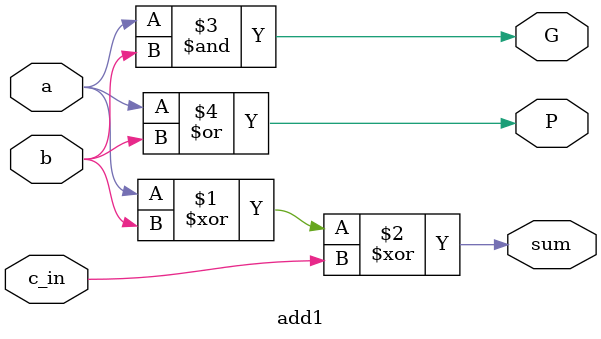
<source format=v>
`timescale 1ns / 1ps

module add1(input a, input b, input c_in, output sum, output G, output P);  
//超前进位加法器中1位加法器（计算P、G、sum）
        xor a1(sum, a, b, c_in);
        and a2(G, a, b);
        or a3(P, a, b);
endmodule

</source>
